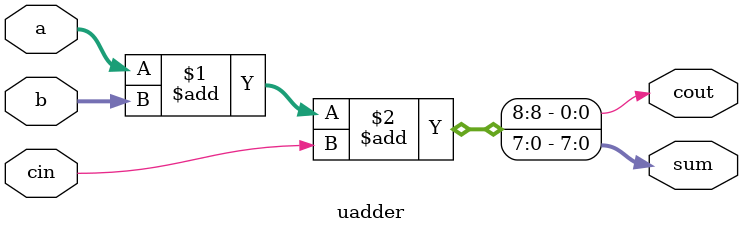
<source format=v>
module uadder (
input cin,
input [7:0] a,
input [7:0] b,
output [7:0] sum,
output cout
);

assign {cout, sum} = a+b+cin;

endmodule
</source>
